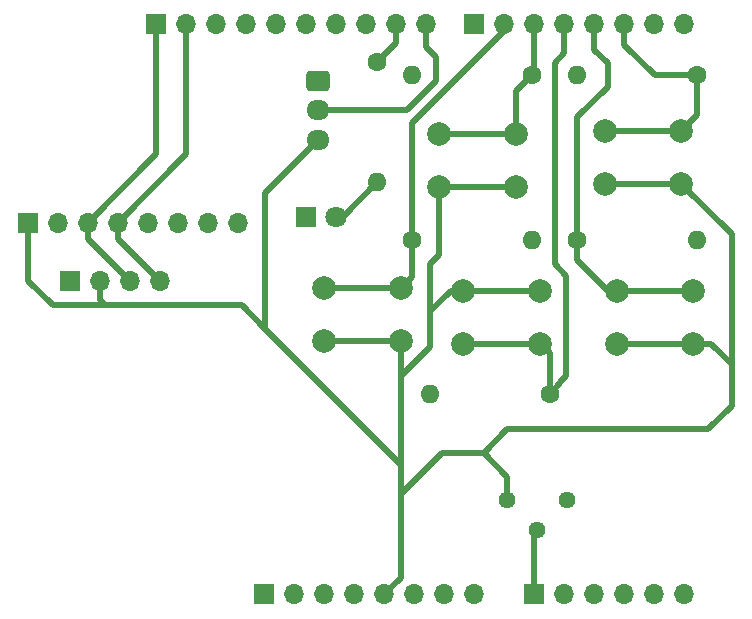
<source format=gbr>
%TF.GenerationSoftware,KiCad,Pcbnew,8.0.8*%
%TF.CreationDate,2025-02-03T17:06:21-07:00*%
%TF.ProjectId,Uno_Shield_ThermoPro,556e6f5f-5368-4696-956c-645f54686572,rev?*%
%TF.SameCoordinates,Original*%
%TF.FileFunction,Copper,L1,Top*%
%TF.FilePolarity,Positive*%
%FSLAX46Y46*%
G04 Gerber Fmt 4.6, Leading zero omitted, Abs format (unit mm)*
G04 Created by KiCad (PCBNEW 8.0.8) date 2025-02-03 17:06:21*
%MOMM*%
%LPD*%
G01*
G04 APERTURE LIST*
G04 Aperture macros list*
%AMRoundRect*
0 Rectangle with rounded corners*
0 $1 Rounding radius*
0 $2 $3 $4 $5 $6 $7 $8 $9 X,Y pos of 4 corners*
0 Add a 4 corners polygon primitive as box body*
4,1,4,$2,$3,$4,$5,$6,$7,$8,$9,$2,$3,0*
0 Add four circle primitives for the rounded corners*
1,1,$1+$1,$2,$3*
1,1,$1+$1,$4,$5*
1,1,$1+$1,$6,$7*
1,1,$1+$1,$8,$9*
0 Add four rect primitives between the rounded corners*
20,1,$1+$1,$2,$3,$4,$5,0*
20,1,$1+$1,$4,$5,$6,$7,0*
20,1,$1+$1,$6,$7,$8,$9,0*
20,1,$1+$1,$8,$9,$2,$3,0*%
G04 Aperture macros list end*
%TA.AperFunction,ComponentPad*%
%ADD10O,1.700000X1.700000*%
%TD*%
%TA.AperFunction,ComponentPad*%
%ADD11R,1.700000X1.700000*%
%TD*%
%TA.AperFunction,ComponentPad*%
%ADD12C,2.000000*%
%TD*%
%TA.AperFunction,ComponentPad*%
%ADD13C,1.800000*%
%TD*%
%TA.AperFunction,ComponentPad*%
%ADD14R,1.800000X1.800000*%
%TD*%
%TA.AperFunction,ComponentPad*%
%ADD15O,1.600000X1.600000*%
%TD*%
%TA.AperFunction,ComponentPad*%
%ADD16C,1.600000*%
%TD*%
%TA.AperFunction,ComponentPad*%
%ADD17O,1.950000X1.700000*%
%TD*%
%TA.AperFunction,ComponentPad*%
%ADD18RoundRect,0.250000X-0.725000X0.600000X-0.725000X-0.600000X0.725000X-0.600000X0.725000X0.600000X0*%
%TD*%
%TA.AperFunction,ComponentPad*%
%ADD19C,1.440000*%
%TD*%
%TA.AperFunction,Conductor*%
%ADD20C,0.508000*%
%TD*%
%TA.AperFunction,Conductor*%
%ADD21C,0.250000*%
%TD*%
G04 APERTURE END LIST*
D10*
%TO.P,J1,8,Pin_8*%
%TO.N,VCC*%
X145720000Y-97460000D03*
%TO.P,J1,7,Pin_7*%
%TO.N,GND*%
X143180000Y-97460000D03*
%TO.P,J1,6,Pin_6*%
X140640000Y-97460000D03*
%TO.P,J1,5,Pin_5*%
%TO.N,+5V*%
X138100000Y-97460000D03*
%TO.P,J1,4,Pin_4*%
%TO.N,+3V3*%
X135560000Y-97460000D03*
%TO.P,J1,3,Pin_3*%
%TO.N,/~{RESET}*%
X133020000Y-97460000D03*
%TO.P,J1,2,Pin_2*%
%TO.N,/IOREF*%
X130480000Y-97460000D03*
D11*
%TO.P,J1,1,Pin_1*%
%TO.N,unconnected-(J1-Pin_1-Pad1)*%
X127940000Y-97460000D03*
%TD*%
D10*
%TO.P,J3,6,Pin_6*%
%TO.N,/SCL{slash}A5*%
X163500000Y-97460000D03*
%TO.P,J3,5,Pin_5*%
%TO.N,/SDA{slash}A4*%
X160960000Y-97460000D03*
%TO.P,J3,4,Pin_4*%
%TO.N,/A3*%
X158420000Y-97460000D03*
%TO.P,J3,3,Pin_3*%
%TO.N,/A2*%
X155880000Y-97460000D03*
%TO.P,J3,2,Pin_2*%
%TO.N,/A1*%
X153340000Y-97460000D03*
D11*
%TO.P,J3,1,Pin_1*%
%TO.N,/temp_sensor*%
X150800000Y-97460000D03*
%TD*%
D10*
%TO.P,J2,10,Pin_10*%
%TO.N,/temp_digital*%
X141656000Y-49200000D03*
%TO.P,J2,9,Pin_9*%
%TO.N,/led_light*%
X139116000Y-49200000D03*
%TO.P,J2,8,Pin_8*%
%TO.N,/\u002A10*%
X136576000Y-49200000D03*
%TO.P,J2,7,Pin_7*%
%TO.N,/\u002A11*%
X134036000Y-49200000D03*
%TO.P,J2,6,Pin_6*%
%TO.N,/12*%
X131496000Y-49200000D03*
%TO.P,J2,5,Pin_5*%
%TO.N,/13*%
X128956000Y-49200000D03*
%TO.P,J2,4,Pin_4*%
%TO.N,GND*%
X126416000Y-49200000D03*
%TO.P,J2,3,Pin_3*%
%TO.N,/AREF*%
X123876000Y-49200000D03*
%TO.P,J2,2,Pin_2*%
%TO.N,/I2C_SDA*%
X121336000Y-49200000D03*
D11*
%TO.P,J2,1,Pin_1*%
%TO.N,/I2C_SCL*%
X118796000Y-49200000D03*
%TD*%
D10*
%TO.P,J4,8,Pin_8*%
%TO.N,/RX{slash}0*%
X163500000Y-49200000D03*
%TO.P,J4,7,Pin_7*%
%TO.N,/TX{slash}1*%
X160960000Y-49200000D03*
%TO.P,J4,6,Pin_6*%
%TO.N,/button_onoff*%
X158420000Y-49200000D03*
%TO.P,J4,5,Pin_5*%
%TO.N,/button_lock*%
X155880000Y-49200000D03*
%TO.P,J4,4,Pin_4*%
%TO.N,/button_units*%
X153340000Y-49200000D03*
%TO.P,J4,3,Pin_3*%
%TO.N,/button_cal*%
X150800000Y-49200000D03*
%TO.P,J4,2,Pin_2*%
%TO.N,/button_light*%
X148260000Y-49200000D03*
D11*
%TO.P,J4,1,Pin_1*%
%TO.N,/7*%
X145720000Y-49200000D03*
%TD*%
D12*
%TO.P,SW4,2,B*%
%TO.N,+5V*%
X164250000Y-76250000D03*
X157750000Y-76250000D03*
%TO.P,SW4,1,A*%
%TO.N,/button_lock*%
X164250000Y-71750000D03*
X157750000Y-71750000D03*
%TD*%
D13*
%TO.P,D1,2,A*%
%TO.N,Net-(D1-A)*%
X134040000Y-65500000D03*
D14*
%TO.P,D1,1,K*%
%TO.N,GND*%
X131500000Y-65500000D03*
%TD*%
D12*
%TO.P,SW5,2,B*%
%TO.N,+5V*%
X139500000Y-76000000D03*
X133000000Y-76000000D03*
%TO.P,SW5,1,A*%
%TO.N,/button_light*%
X139500000Y-71500000D03*
X133000000Y-71500000D03*
%TD*%
%TO.P,SW2,2,B*%
%TO.N,+5V*%
X144750000Y-71750000D03*
X151250000Y-71750000D03*
%TO.P,SW2,1,A*%
%TO.N,/button_units*%
X144750000Y-76250000D03*
X151250000Y-76250000D03*
%TD*%
D15*
%TO.P,R4,2*%
%TO.N,GND*%
X140420000Y-53500000D03*
D16*
%TO.P,R4,1*%
%TO.N,/button_cal*%
X150580000Y-53500000D03*
%TD*%
D15*
%TO.P,R1,2*%
%TO.N,Net-(D1-A)*%
X137500000Y-62580000D03*
D16*
%TO.P,R1,1*%
%TO.N,/led_light*%
X137500000Y-52420000D03*
%TD*%
D12*
%TO.P,SW3,2,B*%
%TO.N,+5V*%
X149250000Y-63000000D03*
X142750000Y-63000000D03*
%TO.P,SW3,1,A*%
%TO.N,/button_cal*%
X149250000Y-58500000D03*
X142750000Y-58500000D03*
%TD*%
D10*
%TO.P,J6,4,Pin_4*%
%TO.N,/I2C_SDA*%
X119120000Y-70975000D03*
%TO.P,J6,3,Pin_3*%
%TO.N,/I2C_SCL*%
X116580000Y-70975000D03*
%TO.P,J6,2,Pin_2*%
%TO.N,+5V*%
X114040000Y-70975000D03*
D11*
%TO.P,J6,1,Pin_1*%
%TO.N,GND*%
X111500000Y-70975000D03*
%TD*%
D12*
%TO.P,SW1,2,B*%
%TO.N,+5V*%
X163250000Y-62750000D03*
X156750000Y-62750000D03*
%TO.P,SW1,1,A*%
%TO.N,/button_onoff*%
X163250000Y-58250000D03*
X156750000Y-58250000D03*
%TD*%
D15*
%TO.P,R5,2*%
%TO.N,GND*%
X164580000Y-67500000D03*
D16*
%TO.P,R5,1*%
%TO.N,/button_lock*%
X154420000Y-67500000D03*
%TD*%
%TO.P,R2,1*%
%TO.N,/button_onoff*%
X164580000Y-53500000D03*
D15*
%TO.P,R2,2*%
%TO.N,GND*%
X154420000Y-53500000D03*
%TD*%
D17*
%TO.P,J7,3,Pin_3*%
%TO.N,+5V*%
X132500000Y-59000000D03*
%TO.P,J7,2,Pin_2*%
%TO.N,/temp_digital*%
X132500000Y-56500000D03*
D18*
%TO.P,J7,1,Pin_1*%
%TO.N,GND*%
X132500000Y-54000000D03*
%TD*%
D19*
%TO.P,RV1,3,3*%
%TO.N,GND*%
X153580000Y-89500000D03*
%TO.P,RV1,2,2*%
%TO.N,/temp_sensor*%
X151040000Y-92040000D03*
%TO.P,RV1,1,1*%
%TO.N,+5V*%
X148500000Y-89500000D03*
%TD*%
D10*
%TO.P,J5,8,Pin_8*%
%TO.N,unconnected-(J5-Pin_8-Pad8)*%
X125700000Y-66000000D03*
%TO.P,J5,7,Pin_7*%
%TO.N,unconnected-(J5-Pin_7-Pad7)*%
X123160000Y-66000000D03*
%TO.P,J5,6,Pin_6*%
%TO.N,unconnected-(J5-Pin_6-Pad6)*%
X120620000Y-66000000D03*
%TO.P,J5,5,Pin_5*%
%TO.N,unconnected-(J5-Pin_5-Pad5)*%
X118080000Y-66000000D03*
%TO.P,J5,4,Pin_4*%
%TO.N,/I2C_SDA*%
X115540000Y-66000000D03*
%TO.P,J5,3,Pin_3*%
%TO.N,/I2C_SCL*%
X113000000Y-66000000D03*
%TO.P,J5,2,Pin_2*%
%TO.N,GND*%
X110460000Y-66000000D03*
D11*
%TO.P,J5,1,Pin_1*%
%TO.N,+5V*%
X107920000Y-66000000D03*
%TD*%
D15*
%TO.P,R6,2*%
%TO.N,GND*%
X150580000Y-67500000D03*
D16*
%TO.P,R6,1*%
%TO.N,/button_light*%
X140420000Y-67500000D03*
%TD*%
D15*
%TO.P,R3,2*%
%TO.N,GND*%
X141920000Y-80500000D03*
D16*
%TO.P,R3,1*%
%TO.N,/button_units*%
X152080000Y-80500000D03*
%TD*%
D20*
%TO.N,/button_light*%
X140420000Y-67500000D02*
X140420000Y-70580000D01*
%TO.N,+5V*%
X167500000Y-78000000D02*
X167500000Y-67000000D01*
X167500000Y-67000000D02*
X163250000Y-62750000D01*
%TO.N,/temp_digital*%
X142500000Y-54000000D02*
X140000000Y-56500000D01*
X141656000Y-49200000D02*
X141656000Y-51156000D01*
X142500000Y-52000000D02*
X142500000Y-54000000D01*
X140000000Y-56500000D02*
X132500000Y-56500000D01*
%TO.N,/led_light*%
X139116000Y-49200000D02*
X139116000Y-50804000D01*
X139116000Y-50804000D02*
X137500000Y-52420000D01*
%TO.N,+5V*%
X144750000Y-71750000D02*
X151250000Y-71750000D01*
X142000000Y-76500000D02*
X142000000Y-73500000D01*
X142000000Y-73500000D02*
X142000000Y-69500000D01*
X143750000Y-71750000D02*
X142000000Y-73500000D01*
X139500000Y-79000000D02*
X139500000Y-76000000D01*
X139500000Y-79000000D02*
X142000000Y-76500000D01*
X142750000Y-68750000D02*
X142750000Y-63000000D01*
%TO.N,/button_units*%
X151250000Y-76250000D02*
X144750000Y-76250000D01*
X152080000Y-80500000D02*
X152080000Y-77080000D01*
X153340000Y-49200000D02*
X153340000Y-51660000D01*
X152500000Y-52500000D02*
X152500000Y-69500000D01*
X153500000Y-70500000D02*
X153500000Y-79000000D01*
X153500000Y-79000000D02*
X153000000Y-79500000D01*
X153000000Y-79580000D02*
X152080000Y-80500000D01*
%TO.N,/button_cal*%
X149250000Y-58500000D02*
X142750000Y-58500000D01*
X149250000Y-58500000D02*
X149250000Y-54830000D01*
X149250000Y-54830000D02*
X150580000Y-53500000D01*
X150800000Y-49200000D02*
X150800000Y-53280000D01*
%TO.N,/button_lock*%
X154420000Y-67500000D02*
X154420000Y-57080000D01*
X154420000Y-57080000D02*
X157000000Y-54500000D01*
X157000000Y-54500000D02*
X157000000Y-52500000D01*
X155880000Y-51380000D02*
X155880000Y-49200000D01*
X154420000Y-69170000D02*
X154420000Y-67500000D01*
X157000000Y-71750000D02*
X154420000Y-69170000D01*
%TO.N,+5V*%
X114500000Y-73000000D02*
X110000000Y-73000000D01*
X107920000Y-70920000D02*
X107920000Y-66000000D01*
D21*
%TO.N,/button_light*%
X148260000Y-49200000D02*
X148260000Y-49740000D01*
D20*
X148260000Y-49740000D02*
X140420000Y-57580000D01*
X140420000Y-57580000D02*
X140420000Y-67500000D01*
D21*
%TO.N,/button_units*%
X152080000Y-80500000D02*
X152080000Y-80420000D01*
D20*
%TO.N,+5V*%
X146500000Y-85500000D02*
X148500000Y-87500000D01*
X148500000Y-87500000D02*
X148500000Y-89500000D01*
X139500000Y-89000000D02*
X143000000Y-85500000D01*
X143000000Y-85500000D02*
X146500000Y-85500000D01*
X139500000Y-86500000D02*
X139500000Y-80500000D01*
X139500000Y-89000000D02*
X139500000Y-96060000D01*
X128000000Y-75000000D02*
X139500000Y-86500000D01*
X167500000Y-78000000D02*
X167500000Y-81500000D01*
X164250000Y-76250000D02*
X165750000Y-76250000D01*
X165750000Y-76250000D02*
X167500000Y-78000000D01*
X126000000Y-73000000D02*
X114500000Y-73000000D01*
%TO.N,/temp_sensor*%
X150800000Y-97460000D02*
X150800000Y-92280000D01*
D21*
X150800000Y-92280000D02*
X151040000Y-92040000D01*
D20*
%TO.N,+5V*%
X157750000Y-76250000D02*
X164250000Y-76250000D01*
X139500000Y-96060000D02*
X138100000Y-97460000D01*
X114040000Y-72540000D02*
X114040000Y-70975000D01*
X156750000Y-62750000D02*
X163250000Y-62750000D01*
X128000000Y-63500000D02*
X132500000Y-59000000D01*
X142750000Y-63000000D02*
X149250000Y-63000000D01*
X133000000Y-76000000D02*
X139500000Y-76000000D01*
X128000000Y-75000000D02*
X128000000Y-63500000D01*
X165500000Y-83500000D02*
X148500000Y-83500000D01*
%TO.N,/I2C_SCL*%
X113000000Y-67395000D02*
X116580000Y-70975000D01*
X118796000Y-60204000D02*
X113000000Y-66000000D01*
X118796000Y-49200000D02*
X118796000Y-60204000D01*
X113000000Y-66000000D02*
X113000000Y-67395000D01*
%TO.N,/I2C_SDA*%
X115540000Y-66000000D02*
X115540000Y-67395000D01*
X121336000Y-60204000D02*
X115540000Y-66000000D01*
X121336000Y-49200000D02*
X121336000Y-60204000D01*
X115540000Y-67395000D02*
X119120000Y-70975000D01*
%TO.N,/button_onoff*%
X163250000Y-58250000D02*
X156750000Y-58250000D01*
%TO.N,/button_lock*%
X157750000Y-71750000D02*
X164250000Y-71750000D01*
%TO.N,/button_light*%
X139500000Y-71500000D02*
X133000000Y-71500000D01*
D21*
%TO.N,/button_cal*%
X150800000Y-53220000D02*
X151080000Y-53500000D01*
D20*
%TO.N,Net-(D1-A)*%
X137500000Y-62580000D02*
X134580000Y-65500000D01*
D21*
X134580000Y-65500000D02*
X134040000Y-65500000D01*
D20*
%TO.N,/button_onoff*%
X158420000Y-49200000D02*
X158420000Y-50920000D01*
X158420000Y-50920000D02*
X161000000Y-53500000D01*
X161000000Y-53500000D02*
X164580000Y-53500000D01*
X164580000Y-53500000D02*
X164580000Y-56920000D01*
X164580000Y-56920000D02*
X163250000Y-58250000D01*
%TO.N,+5V*%
X167500000Y-81500000D02*
X165500000Y-83500000D01*
X114500000Y-73000000D02*
X114040000Y-72540000D01*
X128000000Y-75000000D02*
X126000000Y-73000000D01*
X139500000Y-86500000D02*
X139500000Y-89000000D01*
X148500000Y-83500000D02*
X146500000Y-85500000D01*
X110000000Y-73000000D02*
X107920000Y-70920000D01*
%TO.N,/button_lock*%
X157750000Y-71750000D02*
X157000000Y-71750000D01*
X157000000Y-52500000D02*
X155880000Y-51380000D01*
%TO.N,/button_cal*%
X150800000Y-53280000D02*
X150580000Y-53500000D01*
%TO.N,/button_units*%
X152500000Y-69500000D02*
X153500000Y-70500000D01*
X153340000Y-51660000D02*
X152500000Y-52500000D01*
X153000000Y-79500000D02*
X153000000Y-79580000D01*
X152080000Y-77080000D02*
X151250000Y-76250000D01*
%TO.N,+5V*%
X142000000Y-69500000D02*
X142750000Y-68750000D01*
X139500000Y-80500000D02*
X139500000Y-79000000D01*
X144750000Y-71750000D02*
X143750000Y-71750000D01*
%TO.N,/temp_digital*%
X141656000Y-51156000D02*
X142500000Y-52000000D01*
%TO.N,/button_light*%
X140420000Y-70580000D02*
X139500000Y-71500000D01*
%TD*%
M02*

</source>
